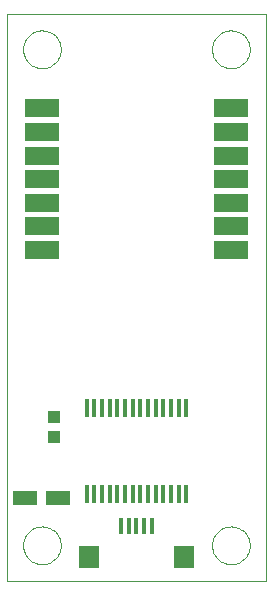
<source format=gtp>
G75*
G70*
%OFA0B0*%
%FSLAX24Y24*%
%IPPOS*%
%LPD*%
%AMOC8*
5,1,8,0,0,1.08239X$1,22.5*
%
%ADD10C,0.0000*%
%ADD11R,0.0157X0.0591*%
%ADD12R,0.1181X0.0591*%
%ADD13R,0.0394X0.0433*%
%ADD14R,0.0138X0.0551*%
%ADD15R,0.0709X0.0748*%
%ADD16R,0.0787X0.0472*%
D10*
X000574Y000574D02*
X000574Y019471D01*
X009235Y019471D01*
X009235Y000574D01*
X000574Y000574D01*
X001125Y001755D02*
X001127Y001805D01*
X001133Y001855D01*
X001143Y001904D01*
X001157Y001952D01*
X001174Y001999D01*
X001195Y002044D01*
X001220Y002088D01*
X001248Y002129D01*
X001280Y002168D01*
X001314Y002205D01*
X001351Y002239D01*
X001391Y002269D01*
X001433Y002296D01*
X001477Y002320D01*
X001523Y002341D01*
X001570Y002357D01*
X001618Y002370D01*
X001668Y002379D01*
X001717Y002384D01*
X001768Y002385D01*
X001818Y002382D01*
X001867Y002375D01*
X001916Y002364D01*
X001964Y002349D01*
X002010Y002331D01*
X002055Y002309D01*
X002098Y002283D01*
X002139Y002254D01*
X002178Y002222D01*
X002214Y002187D01*
X002246Y002149D01*
X002276Y002109D01*
X002303Y002066D01*
X002326Y002022D01*
X002345Y001976D01*
X002361Y001928D01*
X002373Y001879D01*
X002381Y001830D01*
X002385Y001780D01*
X002385Y001730D01*
X002381Y001680D01*
X002373Y001631D01*
X002361Y001582D01*
X002345Y001534D01*
X002326Y001488D01*
X002303Y001444D01*
X002276Y001401D01*
X002246Y001361D01*
X002214Y001323D01*
X002178Y001288D01*
X002139Y001256D01*
X002098Y001227D01*
X002055Y001201D01*
X002010Y001179D01*
X001964Y001161D01*
X001916Y001146D01*
X001867Y001135D01*
X001818Y001128D01*
X001768Y001125D01*
X001717Y001126D01*
X001668Y001131D01*
X001618Y001140D01*
X001570Y001153D01*
X001523Y001169D01*
X001477Y001190D01*
X001433Y001214D01*
X001391Y001241D01*
X001351Y001271D01*
X001314Y001305D01*
X001280Y001342D01*
X001248Y001381D01*
X001220Y001422D01*
X001195Y001466D01*
X001174Y001511D01*
X001157Y001558D01*
X001143Y001606D01*
X001133Y001655D01*
X001127Y001705D01*
X001125Y001755D01*
X007424Y001755D02*
X007426Y001805D01*
X007432Y001855D01*
X007442Y001904D01*
X007456Y001952D01*
X007473Y001999D01*
X007494Y002044D01*
X007519Y002088D01*
X007547Y002129D01*
X007579Y002168D01*
X007613Y002205D01*
X007650Y002239D01*
X007690Y002269D01*
X007732Y002296D01*
X007776Y002320D01*
X007822Y002341D01*
X007869Y002357D01*
X007917Y002370D01*
X007967Y002379D01*
X008016Y002384D01*
X008067Y002385D01*
X008117Y002382D01*
X008166Y002375D01*
X008215Y002364D01*
X008263Y002349D01*
X008309Y002331D01*
X008354Y002309D01*
X008397Y002283D01*
X008438Y002254D01*
X008477Y002222D01*
X008513Y002187D01*
X008545Y002149D01*
X008575Y002109D01*
X008602Y002066D01*
X008625Y002022D01*
X008644Y001976D01*
X008660Y001928D01*
X008672Y001879D01*
X008680Y001830D01*
X008684Y001780D01*
X008684Y001730D01*
X008680Y001680D01*
X008672Y001631D01*
X008660Y001582D01*
X008644Y001534D01*
X008625Y001488D01*
X008602Y001444D01*
X008575Y001401D01*
X008545Y001361D01*
X008513Y001323D01*
X008477Y001288D01*
X008438Y001256D01*
X008397Y001227D01*
X008354Y001201D01*
X008309Y001179D01*
X008263Y001161D01*
X008215Y001146D01*
X008166Y001135D01*
X008117Y001128D01*
X008067Y001125D01*
X008016Y001126D01*
X007967Y001131D01*
X007917Y001140D01*
X007869Y001153D01*
X007822Y001169D01*
X007776Y001190D01*
X007732Y001214D01*
X007690Y001241D01*
X007650Y001271D01*
X007613Y001305D01*
X007579Y001342D01*
X007547Y001381D01*
X007519Y001422D01*
X007494Y001466D01*
X007473Y001511D01*
X007456Y001558D01*
X007442Y001606D01*
X007432Y001655D01*
X007426Y001705D01*
X007424Y001755D01*
X007424Y018290D02*
X007426Y018340D01*
X007432Y018390D01*
X007442Y018439D01*
X007456Y018487D01*
X007473Y018534D01*
X007494Y018579D01*
X007519Y018623D01*
X007547Y018664D01*
X007579Y018703D01*
X007613Y018740D01*
X007650Y018774D01*
X007690Y018804D01*
X007732Y018831D01*
X007776Y018855D01*
X007822Y018876D01*
X007869Y018892D01*
X007917Y018905D01*
X007967Y018914D01*
X008016Y018919D01*
X008067Y018920D01*
X008117Y018917D01*
X008166Y018910D01*
X008215Y018899D01*
X008263Y018884D01*
X008309Y018866D01*
X008354Y018844D01*
X008397Y018818D01*
X008438Y018789D01*
X008477Y018757D01*
X008513Y018722D01*
X008545Y018684D01*
X008575Y018644D01*
X008602Y018601D01*
X008625Y018557D01*
X008644Y018511D01*
X008660Y018463D01*
X008672Y018414D01*
X008680Y018365D01*
X008684Y018315D01*
X008684Y018265D01*
X008680Y018215D01*
X008672Y018166D01*
X008660Y018117D01*
X008644Y018069D01*
X008625Y018023D01*
X008602Y017979D01*
X008575Y017936D01*
X008545Y017896D01*
X008513Y017858D01*
X008477Y017823D01*
X008438Y017791D01*
X008397Y017762D01*
X008354Y017736D01*
X008309Y017714D01*
X008263Y017696D01*
X008215Y017681D01*
X008166Y017670D01*
X008117Y017663D01*
X008067Y017660D01*
X008016Y017661D01*
X007967Y017666D01*
X007917Y017675D01*
X007869Y017688D01*
X007822Y017704D01*
X007776Y017725D01*
X007732Y017749D01*
X007690Y017776D01*
X007650Y017806D01*
X007613Y017840D01*
X007579Y017877D01*
X007547Y017916D01*
X007519Y017957D01*
X007494Y018001D01*
X007473Y018046D01*
X007456Y018093D01*
X007442Y018141D01*
X007432Y018190D01*
X007426Y018240D01*
X007424Y018290D01*
X001125Y018290D02*
X001127Y018340D01*
X001133Y018390D01*
X001143Y018439D01*
X001157Y018487D01*
X001174Y018534D01*
X001195Y018579D01*
X001220Y018623D01*
X001248Y018664D01*
X001280Y018703D01*
X001314Y018740D01*
X001351Y018774D01*
X001391Y018804D01*
X001433Y018831D01*
X001477Y018855D01*
X001523Y018876D01*
X001570Y018892D01*
X001618Y018905D01*
X001668Y018914D01*
X001717Y018919D01*
X001768Y018920D01*
X001818Y018917D01*
X001867Y018910D01*
X001916Y018899D01*
X001964Y018884D01*
X002010Y018866D01*
X002055Y018844D01*
X002098Y018818D01*
X002139Y018789D01*
X002178Y018757D01*
X002214Y018722D01*
X002246Y018684D01*
X002276Y018644D01*
X002303Y018601D01*
X002326Y018557D01*
X002345Y018511D01*
X002361Y018463D01*
X002373Y018414D01*
X002381Y018365D01*
X002385Y018315D01*
X002385Y018265D01*
X002381Y018215D01*
X002373Y018166D01*
X002361Y018117D01*
X002345Y018069D01*
X002326Y018023D01*
X002303Y017979D01*
X002276Y017936D01*
X002246Y017896D01*
X002214Y017858D01*
X002178Y017823D01*
X002139Y017791D01*
X002098Y017762D01*
X002055Y017736D01*
X002010Y017714D01*
X001964Y017696D01*
X001916Y017681D01*
X001867Y017670D01*
X001818Y017663D01*
X001768Y017660D01*
X001717Y017661D01*
X001668Y017666D01*
X001618Y017675D01*
X001570Y017688D01*
X001523Y017704D01*
X001477Y017725D01*
X001433Y017749D01*
X001391Y017776D01*
X001351Y017806D01*
X001314Y017840D01*
X001280Y017877D01*
X001248Y017916D01*
X001220Y017957D01*
X001195Y018001D01*
X001174Y018046D01*
X001157Y018093D01*
X001143Y018141D01*
X001133Y018190D01*
X001127Y018240D01*
X001125Y018290D01*
D11*
X003241Y006332D03*
X003497Y006332D03*
X003753Y006332D03*
X004009Y006332D03*
X004265Y006332D03*
X004521Y006332D03*
X004776Y006332D03*
X005032Y006332D03*
X005288Y006332D03*
X005544Y006332D03*
X005800Y006332D03*
X006056Y006332D03*
X006312Y006332D03*
X006568Y006332D03*
X006568Y003477D03*
X006312Y003477D03*
X006056Y003477D03*
X005800Y003477D03*
X005544Y003477D03*
X005288Y003477D03*
X005032Y003477D03*
X004776Y003477D03*
X004521Y003477D03*
X004265Y003477D03*
X004009Y003477D03*
X003753Y003477D03*
X003497Y003477D03*
X003241Y003477D03*
D12*
X001755Y011597D03*
X001755Y012385D03*
X001755Y013172D03*
X001755Y013960D03*
X001755Y014747D03*
X001755Y015534D03*
X001755Y016322D03*
X008054Y016322D03*
X008054Y015534D03*
X008054Y014747D03*
X008054Y013960D03*
X008054Y013172D03*
X008054Y012385D03*
X008054Y011597D03*
D13*
X002149Y006026D03*
X002149Y005357D03*
D14*
X004393Y002404D03*
X004649Y002404D03*
X004904Y002404D03*
X005160Y002404D03*
X005416Y002404D03*
D15*
X006479Y001361D03*
X003330Y001361D03*
D16*
X002306Y003330D03*
X001204Y003330D03*
M02*

</source>
